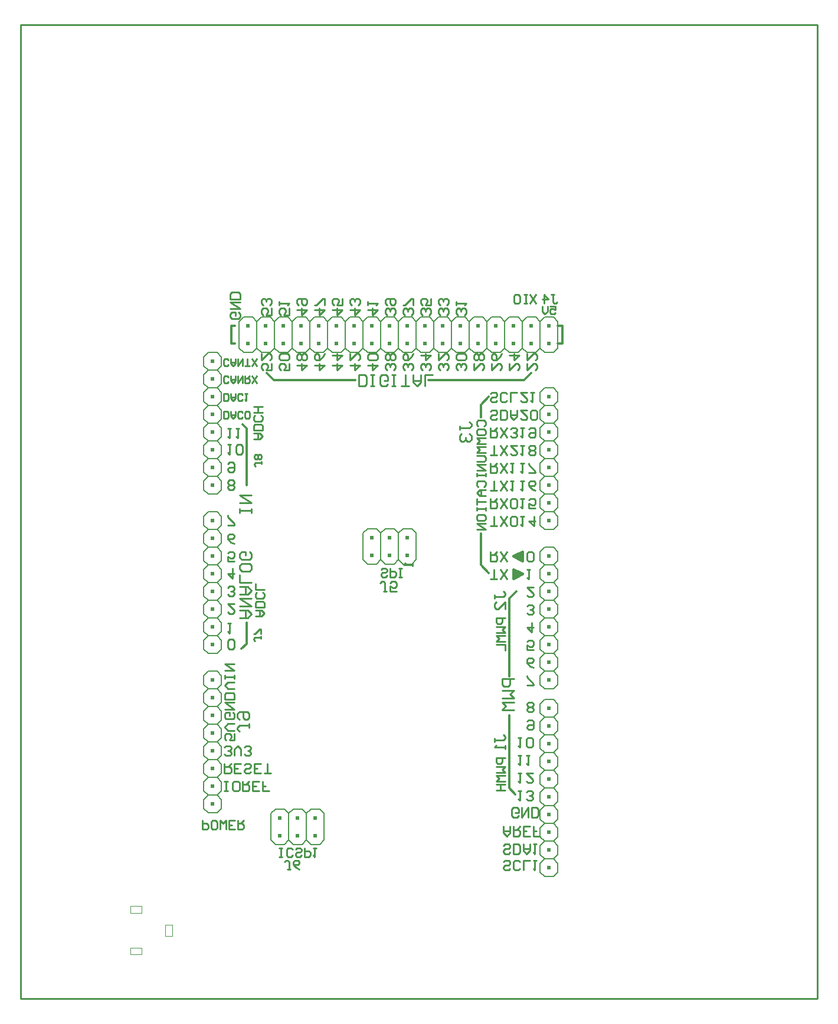
<source format=gbo>
G04 Layer_Color=32896*
%FSLAX25Y25*%
%MOIN*%
G70*
G01*
G75*
%ADD10C,0.01000*%
%ADD13C,0.00000*%
%ADD44C,0.00600*%
%ADD45C,0.01200*%
%ADD46C,0.01600*%
%ADD47R,0.02000X0.02000*%
D10*
X248398Y111302D02*
X243400D01*
Y108803D01*
X244233Y107970D01*
X245899D01*
X246732Y108803D01*
Y111302D01*
X243400Y106304D02*
X248398D01*
X246732Y104638D01*
X248398Y102971D01*
X243400D01*
X248398Y101305D02*
X243400D01*
X245066Y99639D01*
X243400Y97973D01*
X248398D01*
X243400Y96307D02*
X248398D01*
X245899D01*
Y92975D01*
X243400D01*
X248398D01*
X242400Y120303D02*
Y122303D01*
Y121303D01*
X247398D01*
X248398Y122303D01*
Y123302D01*
X247398Y124302D01*
X248398Y118304D02*
Y116305D01*
Y117304D01*
X242400D01*
X243400Y118304D01*
X248398Y190302D02*
X243400D01*
Y187803D01*
X244233Y186970D01*
X245899D01*
X246732Y187803D01*
Y190302D01*
X243400Y185304D02*
X248398D01*
X246732Y183637D01*
X248398Y181971D01*
X243400D01*
X248398Y180305D02*
X243400D01*
X245066Y178639D01*
X243400Y176973D01*
X248398D01*
X243400Y175307D02*
X248398D01*
Y171975D01*
X242400Y201303D02*
Y203303D01*
Y202303D01*
X247398D01*
X248398Y203303D01*
Y204302D01*
X247398Y205302D01*
X248398Y195305D02*
Y199304D01*
X244399Y195305D01*
X243400D01*
X242400Y196305D01*
Y198304D01*
X243400Y199304D01*
X265898Y372800D02*
X262566Y367802D01*
Y372800D02*
X265898Y367802D01*
X260900Y372800D02*
X259233D01*
X260067D01*
Y367802D01*
X260900D01*
X259233D01*
X254235Y372800D02*
X255901D01*
X256734Y371967D01*
Y368635D01*
X255901Y367802D01*
X254235D01*
X253402Y368635D01*
Y371967D01*
X254235Y372800D01*
X274566Y372798D02*
X276232D01*
X275399D01*
Y368633D01*
X276232Y367800D01*
X277065D01*
X277898Y368633D01*
X270400Y367800D02*
Y372798D01*
X272900Y370299D01*
X269567D01*
X181730Y214137D02*
X180897Y213304D01*
X179231D01*
X178398Y214137D01*
Y214970D01*
X179231Y215803D01*
X180897D01*
X181730Y216636D01*
Y217469D01*
X180897Y218302D01*
X179231D01*
X178398Y217469D01*
X183396Y218302D02*
Y213304D01*
X185896D01*
X186729Y214137D01*
Y215803D01*
X185896Y216636D01*
X183396D01*
X188395Y213304D02*
X190061D01*
X189228D01*
Y218302D01*
X188395D01*
X190061D01*
X181630Y205204D02*
X179764D01*
X180697D01*
Y209869D01*
X179764Y210802D01*
X178831D01*
X177898Y209869D01*
X187228Y205204D02*
X183496D01*
Y208003D01*
X185362Y207070D01*
X186295D01*
X187228Y208003D01*
Y209869D01*
X186295Y210802D01*
X184429D01*
X183496Y209869D01*
X77398Y75802D02*
Y70804D01*
X79897D01*
X80730Y71637D01*
Y73303D01*
X79897Y74136D01*
X77398D01*
X84896Y70804D02*
X83229D01*
X82396Y71637D01*
Y74969D01*
X83229Y75802D01*
X84896D01*
X85729Y74969D01*
Y71637D01*
X84896Y70804D01*
X87395D02*
Y75802D01*
X89061Y74136D01*
X90727Y75802D01*
Y70804D01*
X95725D02*
X92393D01*
Y75802D01*
X95725D01*
X92393Y73303D02*
X94059D01*
X97391Y75802D02*
Y70804D01*
X99891D01*
X100724Y71637D01*
Y73303D01*
X99891Y74136D01*
X97391D01*
X99058D02*
X100724Y75802D01*
X103896Y130499D02*
Y128299D01*
Y129399D01*
X98398D01*
X97298Y128299D01*
Y127200D01*
X98398Y126100D01*
Y132698D02*
X97298Y133798D01*
Y135997D01*
X98398Y137097D01*
X102796D01*
X103896Y135997D01*
Y133798D01*
X102796Y132698D01*
X101697D01*
X100597Y133798D01*
Y137097D01*
X120898Y55304D02*
X122564D01*
X121731D01*
Y60302D01*
X120898D01*
X122564D01*
X128396Y56137D02*
X127562Y55304D01*
X125896D01*
X125063Y56137D01*
Y59469D01*
X125896Y60302D01*
X127562D01*
X128396Y59469D01*
X133394Y56137D02*
X132561Y55304D01*
X130895D01*
X130062Y56137D01*
Y56970D01*
X130895Y57803D01*
X132561D01*
X133394Y58636D01*
Y59469D01*
X132561Y60302D01*
X130895D01*
X130062Y59469D01*
X135060Y60302D02*
Y55304D01*
X137559D01*
X138392Y56137D01*
Y57803D01*
X137559Y58636D01*
X135060D01*
X140059Y60302D02*
X141725D01*
X140892D01*
Y55304D01*
X140059Y56137D01*
X127230Y48304D02*
X125564D01*
X126397D01*
Y52469D01*
X125564Y53302D01*
X124731D01*
X123898Y52469D01*
X132229Y48304D02*
X130562Y49137D01*
X128896Y50803D01*
Y52469D01*
X129729Y53302D01*
X131396D01*
X132229Y52469D01*
Y51636D01*
X131396Y50803D01*
X128896D01*
X233233Y298470D02*
X232400Y299303D01*
Y300969D01*
X233233Y301802D01*
X236565D01*
X237398Y300969D01*
Y299303D01*
X236565Y298470D01*
X232400Y294304D02*
Y295971D01*
X233233Y296804D01*
X236565D01*
X237398Y295971D01*
Y294304D01*
X236565Y293471D01*
X233233D01*
X232400Y294304D01*
X237398Y291805D02*
X232400D01*
X234066Y290139D01*
X232400Y288473D01*
X237398D01*
Y286807D02*
X232400D01*
X234066Y285141D01*
X232400Y283475D01*
X237398D01*
X232400Y281808D02*
X236565D01*
X237398Y280975D01*
Y279309D01*
X236565Y278476D01*
X232400D01*
X237398Y276810D02*
X232400D01*
X237398Y273478D01*
X232400D01*
Y271812D02*
Y270146D01*
Y270979D01*
X237398D01*
Y271812D01*
Y270146D01*
X233233Y264314D02*
X232400Y265147D01*
Y266813D01*
X233233Y267646D01*
X236565D01*
X237398Y266813D01*
Y265147D01*
X236565Y264314D01*
X237398Y262648D02*
X234066D01*
X232400Y260982D01*
X234066Y259316D01*
X237398D01*
X234899D01*
Y262648D01*
X232400Y257650D02*
Y254317D01*
Y255983D01*
X237398D01*
X232400Y252651D02*
Y250985D01*
Y251818D01*
X237398D01*
Y252651D01*
Y250985D01*
X232400Y245987D02*
Y247653D01*
X233233Y248486D01*
X236565D01*
X237398Y247653D01*
Y245987D01*
X236565Y245154D01*
X233233D01*
X232400Y245987D01*
X237398Y243488D02*
X232400D01*
X237398Y240155D01*
X232400D01*
X222800Y296403D02*
Y298603D01*
Y297503D01*
X228298D01*
X229398Y298603D01*
Y299702D01*
X228298Y300802D01*
X223900Y294204D02*
X222800Y293105D01*
Y290905D01*
X223900Y289806D01*
X224999D01*
X226099Y290905D01*
Y292005D01*
Y290905D01*
X227199Y289806D01*
X228298D01*
X229398Y290905D01*
Y293105D01*
X228298Y294204D01*
X107398Y191302D02*
X110730D01*
X112396Y192968D01*
X110730Y194634D01*
X107398D01*
X109897D01*
Y191302D01*
X112396Y196300D02*
X107398D01*
Y198800D01*
X108231Y199633D01*
X111563D01*
X112396Y198800D01*
Y196300D01*
X111563Y204631D02*
X112396Y203798D01*
Y202132D01*
X111563Y201299D01*
X108231D01*
X107398Y202132D01*
Y203798D01*
X108231Y204631D01*
X112396Y206297D02*
X107398D01*
Y209629D01*
X110397Y179866D02*
Y178533D01*
Y179199D01*
X107064D01*
X106398Y178533D01*
Y177866D01*
X107064Y177200D01*
X110397Y181199D02*
Y183864D01*
X109730D01*
X107064Y181199D01*
X106398D01*
Y291302D02*
X109730D01*
X111396Y292968D01*
X109730Y294634D01*
X106398D01*
X108897D01*
Y291302D01*
X111396Y296300D02*
X106398D01*
Y298800D01*
X107231Y299633D01*
X110563D01*
X111396Y298800D01*
Y296300D01*
X110563Y304631D02*
X111396Y303798D01*
Y302132D01*
X110563Y301299D01*
X107231D01*
X106398Y302132D01*
Y303798D01*
X107231Y304631D01*
X111396Y306297D02*
X106398D01*
X108897D01*
Y309629D01*
X111396D01*
X106398D01*
X110897Y278468D02*
Y277135D01*
Y277801D01*
X107564D01*
X106898Y277135D01*
Y276468D01*
X107564Y275802D01*
X110230Y279801D02*
X110897Y280467D01*
Y281800D01*
X110230Y282467D01*
X109564D01*
X108897Y281800D01*
X108231Y282467D01*
X107564D01*
X106898Y281800D01*
Y280467D01*
X107564Y279801D01*
X108231D01*
X108897Y280467D01*
X109564Y279801D01*
X110230D01*
X108897Y280467D02*
Y281800D01*
X260798Y131667D02*
X261731Y132600D01*
X263597D01*
X264530Y131667D01*
Y127935D01*
X263597Y127002D01*
X261731D01*
X260798Y127935D01*
Y128868D01*
X261731Y129801D01*
X264530D01*
Y162002D02*
X262664Y162935D01*
X260798Y164801D01*
Y166667D01*
X261731Y167600D01*
X263597D01*
X264530Y166667D01*
Y165734D01*
X263597Y164801D01*
X260798D01*
Y152002D02*
X264530D01*
Y152935D01*
X260798Y156667D01*
Y157600D01*
Y192935D02*
X261731Y192002D01*
X263597D01*
X264530Y192935D01*
Y193868D01*
X263597Y194801D01*
X262664D01*
X263597D01*
X264530Y195734D01*
Y196667D01*
X263597Y197600D01*
X261731D01*
X260798Y196667D01*
X263597Y187600D02*
Y182002D01*
X260798Y184801D01*
X264530D01*
Y172002D02*
X260798D01*
Y174801D01*
X262664Y173868D01*
X263597D01*
X264530Y174801D01*
Y176667D01*
X263597Y177600D01*
X261731D01*
X260798Y176667D01*
Y222935D02*
X261731Y222002D01*
X263597D01*
X264530Y222935D01*
Y226667D01*
X263597Y227600D01*
X261731D01*
X260798Y226667D01*
Y222935D01*
Y217600D02*
X262664D01*
X261731D01*
Y212002D01*
X260798Y212935D01*
X264530Y207600D02*
X260798D01*
X264530Y203868D01*
Y202935D01*
X263597Y202002D01*
X261731D01*
X260798Y202935D01*
Y137935D02*
X261731Y137002D01*
X263597D01*
X264530Y137935D01*
Y138868D01*
X263597Y139801D01*
X264530Y140734D01*
Y141667D01*
X263597Y142600D01*
X261731D01*
X260798Y141667D01*
Y140734D01*
X261731Y139801D01*
X260798Y138868D01*
Y137935D01*
X261731Y139801D02*
X263597D01*
X257298Y247600D02*
X259164D01*
X258231D01*
Y242002D01*
X257298Y242935D01*
X264762Y247600D02*
Y242002D01*
X261963Y244801D01*
X265695D01*
X257298Y257600D02*
X259164D01*
X258231D01*
Y252002D01*
X257298Y252935D01*
X265695Y252002D02*
X261963D01*
Y254801D01*
X263829Y253868D01*
X264762D01*
X265695Y254801D01*
Y256667D01*
X264762Y257600D01*
X262896D01*
X261963Y256667D01*
X257298Y277600D02*
X259164D01*
X258231D01*
Y272002D01*
X257298Y272935D01*
X261963Y272002D02*
X265695D01*
Y272935D01*
X261963Y276667D01*
Y277600D01*
X257298Y287600D02*
X259164D01*
X258231D01*
Y282002D01*
X257298Y282935D01*
X261963D02*
X262896Y282002D01*
X264762D01*
X265695Y282935D01*
Y283868D01*
X264762Y284801D01*
X265695Y285734D01*
Y286667D01*
X264762Y287600D01*
X262896D01*
X261963Y286667D01*
Y285734D01*
X262896Y284801D01*
X261963Y283868D01*
Y282935D01*
X262896Y284801D02*
X264762D01*
X261030Y317600D02*
X257298D01*
X261030Y313868D01*
Y312935D01*
X260097Y312002D01*
X258231D01*
X257298Y312935D01*
X262896Y317600D02*
X264762D01*
X263829D01*
Y312002D01*
X262896Y312935D01*
X261030Y307600D02*
X257298D01*
X261030Y303868D01*
Y302935D01*
X260097Y302002D01*
X258231D01*
X257298Y302935D01*
X262896D02*
X263829Y302002D01*
X265695D01*
X266628Y302935D01*
Y306667D01*
X265695Y307600D01*
X263829D01*
X262896Y306667D01*
Y302935D01*
X240298Y212002D02*
X244030D01*
X242164D01*
Y217600D01*
X245896Y212002D02*
X249628Y217600D01*
Y212002D02*
X245896Y217600D01*
X240298Y227600D02*
Y222002D01*
X243097D01*
X244030Y222935D01*
Y224801D01*
X243097Y225734D01*
X240298D01*
X242164D02*
X244030Y227600D01*
X245896Y222002D02*
X249628Y227600D01*
Y222002D02*
X245896Y227600D01*
X240298Y277600D02*
Y272002D01*
X243097D01*
X244030Y272935D01*
Y274801D01*
X243097Y275734D01*
X240298D01*
X242164D02*
X244030Y277600D01*
X245896Y272002D02*
X249628Y277600D01*
Y272002D02*
X245896Y277600D01*
X251494D02*
X253360D01*
X252427D01*
Y272002D01*
X251494Y272935D01*
X91798Y187100D02*
X93664D01*
X92731D01*
Y181502D01*
X91798Y182435D01*
X257298Y267600D02*
X259164D01*
X258231D01*
Y262002D01*
X257298Y262935D01*
X265695Y262002D02*
X263829Y262935D01*
X261963Y264801D01*
Y266667D01*
X262896Y267600D01*
X264762D01*
X265695Y266667D01*
Y265734D01*
X264762Y264801D01*
X261963D01*
X257298Y297600D02*
X259164D01*
X258231D01*
Y292002D01*
X257298Y292935D01*
X261963Y296667D02*
X262896Y297600D01*
X264762D01*
X265695Y296667D01*
Y292935D01*
X264762Y292002D01*
X262896D01*
X261963Y292935D01*
Y293868D01*
X262896Y294801D01*
X265695D01*
X260798Y333832D02*
Y330100D01*
X264530Y333832D01*
X265463D01*
X266396Y332899D01*
Y331033D01*
X265463Y330100D01*
X260798Y339430D02*
Y335698D01*
X264530Y339430D01*
X265463D01*
X266396Y338497D01*
Y336631D01*
X265463Y335698D01*
X273966Y366201D02*
X276898D01*
Y364001D01*
X275432Y364734D01*
X274699D01*
X273966Y364001D01*
Y362535D01*
X274699Y361802D01*
X276165D01*
X276898Y362535D01*
X272499Y366201D02*
Y363268D01*
X271033Y361802D01*
X269567Y363268D01*
Y366201D01*
X253398Y155802D02*
X246800D01*
Y152503D01*
X247900Y151403D01*
X250099D01*
X251199Y152503D01*
Y155802D01*
X246800Y149204D02*
X253398D01*
X251199Y147005D01*
X253398Y144806D01*
X246800D01*
X253398Y142606D02*
X246800D01*
X248999Y140407D01*
X246800Y138208D01*
X253398D01*
X240798Y333832D02*
Y330100D01*
X244530Y333832D01*
X245463D01*
X246396Y332899D01*
Y331033D01*
X245463Y330100D01*
X246396Y339430D02*
X245463Y337564D01*
X243597Y335698D01*
X241731D01*
X240798Y336631D01*
Y338497D01*
X241731Y339430D01*
X242664D01*
X243597Y338497D01*
Y335698D01*
X230798Y333832D02*
Y330100D01*
X234530Y333832D01*
X235463D01*
X236396Y332899D01*
Y331033D01*
X235463Y330100D01*
Y335698D02*
X236396Y336631D01*
Y338497D01*
X235463Y339430D01*
X234530D01*
X233597Y338497D01*
X232664Y339430D01*
X231731D01*
X230798Y338497D01*
Y336631D01*
X231731Y335698D01*
X232664D01*
X233597Y336631D01*
X234530Y335698D01*
X235463D01*
X233597Y336631D02*
Y338497D01*
X240298Y262002D02*
X244030D01*
X242164D01*
Y267600D01*
X245896Y262002D02*
X249628Y267600D01*
Y262002D02*
X245896Y267600D01*
X251494D02*
X253360D01*
X252427D01*
Y262002D01*
X251494Y262935D01*
X215463Y330100D02*
X216396Y331033D01*
Y332899D01*
X215463Y333832D01*
X214530D01*
X213597Y332899D01*
Y331966D01*
Y332899D01*
X212664Y333832D01*
X211731D01*
X210798Y332899D01*
Y331033D01*
X211731Y330100D01*
X210798Y339430D02*
Y335698D01*
X214530Y339430D01*
X215463D01*
X216396Y338497D01*
Y336631D01*
X215463Y335698D01*
X205463Y330100D02*
X206396Y331033D01*
Y332899D01*
X205463Y333832D01*
X204530D01*
X203597Y332899D01*
Y331966D01*
Y332899D01*
X202664Y333832D01*
X201731D01*
X200798Y332899D01*
Y331033D01*
X201731Y330100D01*
X200798Y338497D02*
X206396D01*
X203597Y335698D01*
Y339430D01*
X215463Y361302D02*
X216396Y362235D01*
Y364101D01*
X215463Y365034D01*
X214530D01*
X213597Y364101D01*
Y363168D01*
Y364101D01*
X212664Y365034D01*
X211731D01*
X210798Y364101D01*
Y362235D01*
X211731Y361302D01*
X215463Y366900D02*
X216396Y367833D01*
Y369699D01*
X215463Y370632D01*
X214530D01*
X213597Y369699D01*
Y368766D01*
Y369699D01*
X212664Y370632D01*
X211731D01*
X210798Y369699D01*
Y367833D01*
X211731Y366900D01*
X205463Y361302D02*
X206396Y362235D01*
Y364101D01*
X205463Y365034D01*
X204530D01*
X203597Y364101D01*
Y363168D01*
Y364101D01*
X202664Y365034D01*
X201731D01*
X200798Y364101D01*
Y362235D01*
X201731Y361302D01*
X206396Y370632D02*
Y366900D01*
X203597D01*
X204530Y368766D01*
Y369699D01*
X203597Y370632D01*
X201731D01*
X200798Y369699D01*
Y367833D01*
X201731Y366900D01*
X170798Y332899D02*
X176396D01*
X173597Y330100D01*
Y333832D01*
X175463Y335698D02*
X176396Y336631D01*
Y338497D01*
X175463Y339430D01*
X171731D01*
X170798Y338497D01*
Y336631D01*
X171731Y335698D01*
X175463D01*
X160798Y332899D02*
X166396D01*
X163597Y330100D01*
Y333832D01*
X160798Y339430D02*
Y335698D01*
X164530Y339430D01*
X165463D01*
X166396Y338497D01*
Y336631D01*
X165463Y335698D01*
X170798Y364101D02*
X176396D01*
X173597Y361302D01*
Y365034D01*
X170798Y366900D02*
Y368766D01*
Y367833D01*
X176396D01*
X175463Y366900D01*
X160798Y364101D02*
X166396D01*
X163597Y361302D01*
Y365034D01*
X165463Y366900D02*
X166396Y367833D01*
Y369699D01*
X165463Y370632D01*
X164530D01*
X163597Y369699D01*
Y368766D01*
Y369699D01*
X162664Y370632D01*
X161731D01*
X160798Y369699D01*
Y367833D01*
X161731Y366900D01*
X185463Y330100D02*
X186396Y331033D01*
Y332899D01*
X185463Y333832D01*
X184530D01*
X183597Y332899D01*
Y331966D01*
Y332899D01*
X182664Y333832D01*
X181731D01*
X180798Y332899D01*
Y331033D01*
X181731Y330100D01*
X185463Y335698D02*
X186396Y336631D01*
Y338497D01*
X185463Y339430D01*
X184530D01*
X183597Y338497D01*
X182664Y339430D01*
X181731D01*
X180798Y338497D01*
Y336631D01*
X181731Y335698D01*
X182664D01*
X183597Y336631D01*
X184530Y335698D01*
X185463D01*
X183597Y336631D02*
Y338497D01*
X185463Y361302D02*
X186396Y362235D01*
Y364101D01*
X185463Y365034D01*
X184530D01*
X183597Y364101D01*
Y363168D01*
Y364101D01*
X182664Y365034D01*
X181731D01*
X180798Y364101D01*
Y362235D01*
X181731Y361302D01*
Y366900D02*
X180798Y367833D01*
Y369699D01*
X181731Y370632D01*
X185463D01*
X186396Y369699D01*
Y367833D01*
X185463Y366900D01*
X184530D01*
X183597Y367833D01*
Y370632D01*
X140798Y332899D02*
X146396D01*
X143597Y330100D01*
Y333832D01*
X146396Y339430D02*
X145463Y337564D01*
X143597Y335698D01*
X141731D01*
X140798Y336631D01*
Y338497D01*
X141731Y339430D01*
X142664D01*
X143597Y338497D01*
Y335698D01*
X130798Y332899D02*
X136396D01*
X133597Y330100D01*
Y333832D01*
X135463Y335698D02*
X136396Y336631D01*
Y338497D01*
X135463Y339430D01*
X134530D01*
X133597Y338497D01*
X132664Y339430D01*
X131731D01*
X130798Y338497D01*
Y336631D01*
X131731Y335698D01*
X132664D01*
X133597Y336631D01*
X134530Y335698D01*
X135463D01*
X133597Y336631D02*
Y338497D01*
X140798Y364101D02*
X146396D01*
X143597Y361302D01*
Y365034D01*
X146396Y366900D02*
Y370632D01*
X145463D01*
X141731Y366900D01*
X140798D01*
X130798Y364101D02*
X136396D01*
X133597Y361302D01*
Y365034D01*
X131731Y366900D02*
X130798Y367833D01*
Y369699D01*
X131731Y370632D01*
X135463D01*
X136396Y369699D01*
Y367833D01*
X135463Y366900D01*
X134530D01*
X133597Y367833D01*
Y370632D01*
X150798Y332899D02*
X156396D01*
X153597Y330100D01*
Y333832D01*
X150798Y338497D02*
X156396D01*
X153597Y335698D01*
Y339430D01*
X150798Y364101D02*
X156396D01*
X153597Y361302D01*
Y365034D01*
X156396Y370632D02*
Y366900D01*
X153597D01*
X154530Y368766D01*
Y369699D01*
X153597Y370632D01*
X151731D01*
X150798Y369699D01*
Y367833D01*
X151731Y366900D01*
X116396Y333832D02*
Y330100D01*
X113597D01*
X114530Y331966D01*
Y332899D01*
X113597Y333832D01*
X111731D01*
X110798Y332899D01*
Y331033D01*
X111731Y330100D01*
X110798Y339430D02*
Y335698D01*
X114530Y339430D01*
X115463D01*
X116396Y338497D01*
Y336631D01*
X115463Y335698D01*
X116396Y365034D02*
Y361302D01*
X113597D01*
X114530Y363168D01*
Y364101D01*
X113597Y365034D01*
X111731D01*
X110798Y364101D01*
Y362235D01*
X111731Y361302D01*
X115463Y366900D02*
X116396Y367833D01*
Y369699D01*
X115463Y370632D01*
X114530D01*
X113597Y369699D01*
Y368766D01*
Y369699D01*
X112664Y370632D01*
X111731D01*
X110798Y369699D01*
Y367833D01*
X111731Y366900D01*
X98698Y190200D02*
X103097D01*
X105296Y192399D01*
X103097Y194599D01*
X98698D01*
X101997D01*
Y190200D01*
X98698Y196798D02*
X105296D01*
X98698Y201197D01*
X105296D01*
X98698Y203396D02*
X103097D01*
X105296Y205595D01*
X103097Y207794D01*
X98698D01*
X101997D01*
Y203396D01*
X105296Y209994D02*
X98698D01*
Y214392D01*
X105296Y219890D02*
Y217691D01*
X104196Y216592D01*
X99798D01*
X98698Y217691D01*
Y219890D01*
X99798Y220990D01*
X104196D01*
X105296Y219890D01*
X104196Y227588D02*
X105296Y226488D01*
Y224289D01*
X104196Y223189D01*
X99798D01*
X98698Y224289D01*
Y226488D01*
X99798Y227588D01*
X101997D01*
Y225389D01*
X105296Y249581D02*
Y251780D01*
Y250680D01*
X98698D01*
Y249581D01*
Y251780D01*
Y255079D02*
X105296D01*
X98698Y259478D01*
X105296D01*
X196250Y221067D02*
Y219401D01*
Y220234D01*
X191252D01*
X192085Y221067D01*
X89398Y312901D02*
Y316900D01*
X91397D01*
X92064Y316234D01*
Y313568D01*
X91397Y312901D01*
X89398D01*
X93397Y316900D02*
Y314234D01*
X94730Y312901D01*
X96062Y314234D01*
Y316900D01*
Y314901D01*
X93397D01*
X100061Y313568D02*
X99395Y312901D01*
X98062D01*
X97395Y313568D01*
Y316234D01*
X98062Y316900D01*
X99395D01*
X100061Y316234D01*
X101394Y316900D02*
X102727D01*
X102061D01*
Y312901D01*
X101394Y313568D01*
X247646Y72483D02*
Y68751D01*
X249512Y66885D01*
X251378Y68751D01*
Y72483D01*
Y69684D01*
X247646D01*
X253244Y72483D02*
Y66885D01*
X256043D01*
X256976Y67818D01*
Y69684D01*
X256043Y70617D01*
X253244D01*
X255110D02*
X256976Y72483D01*
X262575Y66885D02*
X258842D01*
Y72483D01*
X262575D01*
X258842Y69684D02*
X260708D01*
X268173Y66885D02*
X264441D01*
Y69684D01*
X266307D01*
X264441D01*
Y72483D01*
X251378Y57818D02*
X250445Y56885D01*
X248579D01*
X247646Y57818D01*
Y58751D01*
X248579Y59684D01*
X250445D01*
X251378Y60617D01*
Y61550D01*
X250445Y62483D01*
X248579D01*
X247646Y61550D01*
X253244Y56885D02*
Y62483D01*
X256043D01*
X256976Y61550D01*
Y57818D01*
X256043Y56885D01*
X253244D01*
X258842Y62483D02*
Y58751D01*
X260708Y56885D01*
X262575Y58751D01*
Y62483D01*
Y59684D01*
X258842D01*
X264441Y62483D02*
X266307D01*
X265374D01*
Y56885D01*
X264441Y57818D01*
X251378Y48618D02*
X250445Y47685D01*
X248579D01*
X247646Y48618D01*
Y49551D01*
X248579Y50484D01*
X250445D01*
X251378Y51417D01*
Y52350D01*
X250445Y53283D01*
X248579D01*
X247646Y52350D01*
X256976Y48618D02*
X256043Y47685D01*
X254177D01*
X253244Y48618D01*
Y52350D01*
X254177Y53283D01*
X256043D01*
X256976Y52350D01*
X258842Y47685D02*
Y53283D01*
X262575D01*
X264441D02*
X266307D01*
X265374D01*
Y47685D01*
X264441Y48618D01*
X255798Y102600D02*
X257664D01*
X256731D01*
Y97002D01*
X255798Y97935D01*
X264195Y102600D02*
X260463D01*
X264195Y98868D01*
Y97935D01*
X263262Y97002D01*
X261396D01*
X260463Y97935D01*
X255798Y92600D02*
X257664D01*
X256731D01*
Y87002D01*
X255798Y87935D01*
X260463D02*
X261396Y87002D01*
X263262D01*
X264195Y87935D01*
Y88868D01*
X263262Y89801D01*
X262329D01*
X263262D01*
X264195Y90734D01*
Y91667D01*
X263262Y92600D01*
X261396D01*
X260463Y91667D01*
X256078Y78360D02*
X255145Y77427D01*
X253279D01*
X252346Y78360D01*
Y82092D01*
X253279Y83025D01*
X255145D01*
X256078Y82092D01*
Y80226D01*
X254212D01*
X257944Y83025D02*
Y77427D01*
X261676Y83025D01*
Y77427D01*
X263542D02*
Y83025D01*
X266341D01*
X267274Y82092D01*
Y78360D01*
X266341Y77427D01*
X263542D01*
X255798Y122600D02*
X257664D01*
X256731D01*
Y117002D01*
X255798Y117935D01*
X260463D02*
X261396Y117002D01*
X263262D01*
X264195Y117935D01*
Y121667D01*
X263262Y122600D01*
X261396D01*
X260463Y121667D01*
Y117935D01*
X240298Y257600D02*
Y252002D01*
X243097D01*
X244030Y252935D01*
Y254801D01*
X243097Y255734D01*
X240298D01*
X242164D02*
X244030Y257600D01*
X245896Y252002D02*
X249628Y257600D01*
Y252002D02*
X245896Y257600D01*
X251494Y252935D02*
X252427Y252002D01*
X254293D01*
X255226Y252935D01*
Y256667D01*
X254293Y257600D01*
X252427D01*
X251494Y256667D01*
Y252935D01*
X240298Y242002D02*
X244030D01*
X242164D01*
Y247600D01*
X245896Y242002D02*
X249628Y247600D01*
Y242002D02*
X245896Y247600D01*
X251494Y242935D02*
X252427Y242002D01*
X254293D01*
X255226Y242935D01*
Y246667D01*
X254293Y247600D01*
X252427D01*
X251494Y246667D01*
Y242935D01*
X240298Y282002D02*
X244030D01*
X242164D01*
Y287600D01*
X245896Y282002D02*
X249628Y287600D01*
Y282002D02*
X245896Y287600D01*
X255226D02*
X251494D01*
X255226Y283868D01*
Y282935D01*
X254293Y282002D01*
X252427D01*
X251494Y282935D01*
X244030Y312935D02*
X243097Y312002D01*
X241231D01*
X240298Y312935D01*
Y313868D01*
X241231Y314801D01*
X243097D01*
X244030Y315734D01*
Y316667D01*
X243097Y317600D01*
X241231D01*
X240298Y316667D01*
X249628Y312935D02*
X248695Y312002D01*
X246829D01*
X245896Y312935D01*
Y316667D01*
X246829Y317600D01*
X248695D01*
X249628Y316667D01*
X251494Y312002D02*
Y317600D01*
X255226D01*
X244030Y302935D02*
X243097Y302002D01*
X241231D01*
X240298Y302935D01*
Y303868D01*
X241231Y304801D01*
X243097D01*
X244030Y305734D01*
Y306667D01*
X243097Y307600D01*
X241231D01*
X240298Y306667D01*
X245896Y302002D02*
Y307600D01*
X248695D01*
X249628Y306667D01*
Y302935D01*
X248695Y302002D01*
X245896D01*
X251494Y307600D02*
Y303868D01*
X253360Y302002D01*
X255226Y303868D01*
Y307600D01*
Y304801D01*
X251494D01*
X165798Y321002D02*
Y327600D01*
X169097D01*
X170197Y326500D01*
Y322102D01*
X169097Y321002D01*
X165798D01*
X172396D02*
X174595D01*
X173495D01*
Y327600D01*
X172396D01*
X174595D01*
X182293Y322102D02*
X181193Y321002D01*
X178994D01*
X177894Y322102D01*
Y326500D01*
X178994Y327600D01*
X181193D01*
X182293Y326500D01*
Y324301D01*
X180093D01*
X184492Y321002D02*
X186691D01*
X185592D01*
Y327600D01*
X184492D01*
X186691D01*
X189990Y321002D02*
X194389D01*
X192190D01*
Y327600D01*
X196588D02*
Y323201D01*
X198787Y321002D01*
X200987Y323201D01*
Y327600D01*
Y324301D01*
X196588D01*
X203186Y321002D02*
Y327600D01*
X207585D01*
X90046Y92385D02*
X91912D01*
X90979D01*
Y97983D01*
X90046D01*
X91912D01*
X97510Y92385D02*
X95644D01*
X94711Y93318D01*
Y97050D01*
X95644Y97983D01*
X97510D01*
X98443Y97050D01*
Y93318D01*
X97510Y92385D01*
X100309Y97983D02*
Y92385D01*
X103108D01*
X104042Y93318D01*
Y95184D01*
X103108Y96117D01*
X100309D01*
X102175D02*
X104042Y97983D01*
X109640Y92385D02*
X105907D01*
Y97983D01*
X109640D01*
X105907Y95184D02*
X107774D01*
X115238Y92385D02*
X111506D01*
Y95184D01*
X113372D01*
X111506D01*
Y97983D01*
X90046Y113318D02*
X90979Y112385D01*
X92845D01*
X93778Y113318D01*
Y114251D01*
X92845Y115184D01*
X91912D01*
X92845D01*
X93778Y116117D01*
Y117050D01*
X92845Y117983D01*
X90979D01*
X90046Y117050D01*
X95644Y112385D02*
Y116117D01*
X97510Y117983D01*
X99376Y116117D01*
Y112385D01*
X101242Y113318D02*
X102175Y112385D01*
X104042D01*
X104974Y113318D01*
Y114251D01*
X104042Y115184D01*
X103108D01*
X104042D01*
X104974Y116117D01*
Y117050D01*
X104042Y117983D01*
X102175D01*
X101242Y117050D01*
X95714Y124780D02*
Y121048D01*
X92914D01*
X93847Y122914D01*
Y123847D01*
X92914Y124780D01*
X91048D01*
X90115Y123847D01*
Y121981D01*
X91048Y121048D01*
X95714Y126646D02*
X91981D01*
X90115Y128512D01*
X91981Y130378D01*
X95714D01*
Y150248D02*
X91981D01*
X90115Y152114D01*
X91981Y153980D01*
X95714D01*
Y155846D02*
Y157712D01*
Y156779D01*
X90115D01*
Y155846D01*
Y157712D01*
Y160511D02*
X95714D01*
X90115Y164243D01*
X95714D01*
X95530Y198100D02*
X91798D01*
X95530Y194368D01*
Y193435D01*
X94597Y192502D01*
X92731D01*
X91798Y193435D01*
Y173435D02*
X92731Y172502D01*
X94597D01*
X95530Y173435D01*
Y177167D01*
X94597Y178100D01*
X92731D01*
X91798Y177167D01*
Y173435D01*
X94597Y218100D02*
Y212502D01*
X91798Y215301D01*
X95530D01*
Y222002D02*
X91798D01*
Y224801D01*
X93664Y223868D01*
X94597D01*
X95530Y224801D01*
Y226667D01*
X94597Y227600D01*
X92731D01*
X91798Y226667D01*
Y242502D02*
X95530D01*
Y243435D01*
X91798Y247167D01*
Y248100D01*
Y277167D02*
X92731Y278100D01*
X94597D01*
X95530Y277167D01*
Y273435D01*
X94597Y272502D01*
X92731D01*
X91798Y273435D01*
Y274368D01*
X92731Y275301D01*
X95530D01*
X91798Y288100D02*
X93664D01*
X92731D01*
Y282502D01*
X91798Y283435D01*
X96463D02*
X97396Y282502D01*
X99262D01*
X100195Y283435D01*
Y287167D01*
X99262Y288100D01*
X97396D01*
X96463Y287167D01*
Y283435D01*
X92064Y323568D02*
X91397Y322901D01*
X90064D01*
X89398Y323568D01*
Y326234D01*
X90064Y326900D01*
X91397D01*
X92064Y326234D01*
X93397Y326900D02*
Y324234D01*
X94730Y322901D01*
X96062Y324234D01*
Y326900D01*
Y324901D01*
X93397D01*
X97395Y326900D02*
Y322901D01*
X100061Y326900D01*
Y322901D01*
X101394Y326900D02*
Y322901D01*
X103393D01*
X104060Y323568D01*
Y324901D01*
X103393Y325567D01*
X101394D01*
X102727D02*
X104060Y326900D01*
X105393Y322901D02*
X108059Y326900D01*
Y322901D02*
X105393Y326900D01*
X89398Y302901D02*
Y306900D01*
X91397D01*
X92064Y306234D01*
Y303568D01*
X91397Y302901D01*
X89398D01*
X93397Y306900D02*
Y304234D01*
X94730Y302901D01*
X96062Y304234D01*
Y306900D01*
Y304901D01*
X93397D01*
X100061Y303568D02*
X99395Y302901D01*
X98062D01*
X97395Y303568D01*
Y306234D01*
X98062Y306900D01*
X99395D01*
X100061Y306234D01*
X101394Y303568D02*
X102061Y302901D01*
X103393D01*
X104060Y303568D01*
Y306234D01*
X103393Y306900D01*
X102061D01*
X101394Y306234D01*
Y303568D01*
X92064Y333068D02*
X91397Y332401D01*
X90064D01*
X89398Y333068D01*
Y335734D01*
X90064Y336400D01*
X91397D01*
X92064Y335734D01*
X93397Y336400D02*
Y333734D01*
X94730Y332401D01*
X96062Y333734D01*
Y336400D01*
Y334401D01*
X93397D01*
X97395Y336400D02*
Y332401D01*
X100061Y336400D01*
Y332401D01*
X101394D02*
X104060D01*
X102727D01*
Y336400D01*
X105393Y332401D02*
X108059Y336400D01*
Y332401D02*
X105393Y336400D01*
X255798Y112600D02*
X257664D01*
X256731D01*
Y107002D01*
X255798Y107935D01*
X260463Y112600D02*
X262329D01*
X261396D01*
Y107002D01*
X260463Y107935D01*
X225463Y330100D02*
X226396Y331033D01*
Y332899D01*
X225463Y333832D01*
X224530D01*
X223597Y332899D01*
Y331966D01*
Y332899D01*
X222664Y333832D01*
X221731D01*
X220798Y332899D01*
Y331033D01*
X221731Y330100D01*
X225463Y335698D02*
X226396Y336631D01*
Y338497D01*
X225463Y339430D01*
X221731D01*
X220798Y338497D01*
Y336631D01*
X221731Y335698D01*
X225463D01*
Y361302D02*
X226396Y362235D01*
Y364101D01*
X225463Y365034D01*
X224530D01*
X223597Y364101D01*
Y363168D01*
Y364101D01*
X222664Y365034D01*
X221731D01*
X220798Y364101D01*
Y362235D01*
X221731Y361302D01*
X220798Y366900D02*
Y368766D01*
Y367833D01*
X226396D01*
X225463Y366900D01*
X195463Y330100D02*
X196396Y331033D01*
Y332899D01*
X195463Y333832D01*
X194530D01*
X193597Y332899D01*
Y331966D01*
Y332899D01*
X192664Y333832D01*
X191731D01*
X190798Y332899D01*
Y331033D01*
X191731Y330100D01*
X196396Y339430D02*
X195463Y337564D01*
X193597Y335698D01*
X191731D01*
X190798Y336631D01*
Y338497D01*
X191731Y339430D01*
X192664D01*
X193597Y338497D01*
Y335698D01*
X195463Y361302D02*
X196396Y362235D01*
Y364101D01*
X195463Y365034D01*
X194530D01*
X193597Y364101D01*
Y363168D01*
Y364101D01*
X192664Y365034D01*
X191731D01*
X190798Y364101D01*
Y362235D01*
X191731Y361302D01*
X196396Y366900D02*
Y370632D01*
X195463D01*
X191731Y366900D01*
X190798D01*
X240298Y297600D02*
Y292002D01*
X243097D01*
X244030Y292935D01*
Y294801D01*
X243097Y295734D01*
X240298D01*
X242164D02*
X244030Y297600D01*
X245896Y292002D02*
X249628Y297600D01*
Y292002D02*
X245896Y297600D01*
X251494Y292935D02*
X252427Y292002D01*
X254293D01*
X255226Y292935D01*
Y293868D01*
X254293Y294801D01*
X253360D01*
X254293D01*
X255226Y295734D01*
Y296667D01*
X254293Y297600D01*
X252427D01*
X251494Y296667D01*
X250798Y333832D02*
Y330100D01*
X254530Y333832D01*
X255463D01*
X256396Y332899D01*
Y331033D01*
X255463Y330100D01*
X250798Y338497D02*
X256396D01*
X253597Y335698D01*
Y339430D01*
X90046Y107983D02*
Y102385D01*
X92845D01*
X93778Y103318D01*
Y105184D01*
X92845Y106117D01*
X90046D01*
X91912D02*
X93778Y107983D01*
X99376Y102385D02*
X95644D01*
Y107983D01*
X99376D01*
X95644Y105184D02*
X97510D01*
X104974Y103318D02*
X104042Y102385D01*
X102175D01*
X101242Y103318D01*
Y104251D01*
X102175Y105184D01*
X104042D01*
X104974Y106117D01*
Y107050D01*
X104042Y107983D01*
X102175D01*
X101242Y107050D01*
X110573Y102385D02*
X106841D01*
Y107983D01*
X110573D01*
X106841Y105184D02*
X108707D01*
X112439Y102385D02*
X116171D01*
X114305D01*
Y107983D01*
X94780Y136780D02*
X95714Y135847D01*
Y133981D01*
X94780Y133048D01*
X91048D01*
X90115Y133981D01*
Y135847D01*
X91048Y136780D01*
X92914D01*
Y134914D01*
X90115Y138646D02*
X95714D01*
X90115Y142378D01*
X95714D01*
Y144244D02*
X90115D01*
Y147044D01*
X91048Y147977D01*
X94780D01*
X95714Y147044D01*
Y144244D01*
X91798Y203435D02*
X92731Y202502D01*
X94597D01*
X95530Y203435D01*
Y204368D01*
X94597Y205301D01*
X93664D01*
X94597D01*
X95530Y206234D01*
Y207167D01*
X94597Y208100D01*
X92731D01*
X91798Y207167D01*
X95530Y232002D02*
X93664Y232935D01*
X91798Y234801D01*
Y236667D01*
X92731Y237600D01*
X94597D01*
X95530Y236667D01*
Y235734D01*
X94597Y234801D01*
X91798D01*
X97963Y362832D02*
X98896Y361899D01*
Y360033D01*
X97963Y359100D01*
X94231D01*
X93298Y360033D01*
Y361899D01*
X94231Y362832D01*
X96097D01*
Y360966D01*
X93298Y364698D02*
X98896D01*
X93298Y368430D01*
X98896D01*
Y370296D02*
X93298D01*
Y373095D01*
X94231Y374028D01*
X97963D01*
X98896Y373095D01*
Y370296D01*
X91798Y263435D02*
X92731Y262502D01*
X94597D01*
X95530Y263435D01*
Y264368D01*
X94597Y265301D01*
X95530Y266234D01*
Y267167D01*
X94597Y268100D01*
X92731D01*
X91798Y267167D01*
Y266234D01*
X92731Y265301D01*
X91798Y264368D01*
Y263435D01*
X92731Y265301D02*
X94597D01*
X91798Y297300D02*
X93664D01*
X92731D01*
Y291702D01*
X91798Y292635D01*
X96463Y297300D02*
X98329D01*
X97396D01*
Y291702D01*
X96463Y292635D01*
X126396Y333832D02*
Y330100D01*
X123597D01*
X124530Y331966D01*
Y332899D01*
X123597Y333832D01*
X121731D01*
X120798Y332899D01*
Y331033D01*
X121731Y330100D01*
X125463Y335698D02*
X126396Y336631D01*
Y338497D01*
X125463Y339430D01*
X121731D01*
X120798Y338497D01*
Y336631D01*
X121731Y335698D01*
X125463D01*
X126396Y365034D02*
Y361302D01*
X123597D01*
X124530Y363168D01*
Y364101D01*
X123597Y365034D01*
X121731D01*
X120798Y364101D01*
Y362235D01*
X121731Y361302D01*
X120798Y366900D02*
Y368766D01*
Y367833D01*
X126396D01*
X125463Y366900D01*
X-25000Y-24900D02*
X425000D01*
Y525000D01*
X-25000D02*
X425000D01*
X-25000Y-24900D02*
Y525000D01*
D13*
X56535Y10630D02*
Y16929D01*
Y10630D02*
X60472D01*
Y16929D01*
X56535D02*
X60472D01*
X36850Y0D02*
X43150D01*
Y3937D01*
X36850D02*
X43150D01*
X36850Y0D02*
Y3937D01*
Y23622D02*
X43150D01*
Y27559D01*
X36850D02*
X43150D01*
X36850Y23622D02*
Y27559D01*
D44*
X98298Y342600D02*
Y357600D01*
X108298Y342600D02*
Y357600D01*
X118298Y342600D02*
Y357600D01*
X128298Y342600D02*
Y357600D01*
X138298Y342600D02*
Y357600D01*
X148298Y342600D02*
Y357600D01*
X158298Y342600D02*
Y357600D01*
X168298Y342600D02*
Y357600D01*
X178298Y342600D02*
Y357600D01*
X188298Y342600D02*
Y357600D01*
X198298Y342600D02*
Y357600D01*
X208298Y342600D02*
Y357600D01*
X218298Y342600D02*
Y357600D01*
X228298Y342600D02*
Y357600D01*
X238298Y342600D02*
Y357600D01*
X248298Y342600D02*
Y357600D01*
X258298Y342600D02*
Y357600D01*
X268298Y342600D02*
Y357600D01*
X215798Y340100D02*
X218298Y342600D01*
X210798Y340100D02*
X215798D01*
X208298Y342600D02*
X210798Y340100D01*
X205798D02*
X208298Y342600D01*
X200798Y340100D02*
X205798D01*
X198298Y342600D02*
X200798Y340100D01*
X195798D02*
X198298Y342600D01*
X190798Y340100D02*
X195798D01*
X188298Y342600D02*
X190798Y340100D01*
X185798D02*
X188298Y342600D01*
X180798Y340100D02*
X185798D01*
X178298Y342600D02*
X180798Y340100D01*
X175798D02*
X178298Y342600D01*
X170798Y340100D02*
X175798D01*
X168298Y342600D02*
X170798Y340100D01*
X165798D02*
X168298Y342600D01*
X160798Y340100D02*
X165798D01*
X158298Y342600D02*
X160798Y340100D01*
X155798D02*
X158298Y342600D01*
X150798Y340100D02*
X155798D01*
X148298Y342600D02*
X150798Y340100D01*
X145798D02*
X148298Y342600D01*
X140798Y340100D02*
X145798D01*
X138298Y342600D02*
X140798Y340100D01*
X135798D02*
X138298Y342600D01*
X130798Y340100D02*
X135798D01*
X128298Y342600D02*
X130798Y340100D01*
X125798D02*
X128298Y342600D01*
X120798Y340100D02*
X125798D01*
X118298Y342600D02*
X120798Y340100D01*
X115798D02*
X118298Y342600D01*
X110798Y340100D02*
X115798D01*
X108298Y342600D02*
X110798Y340100D01*
X105798D02*
X108298Y342600D01*
X100798Y340100D02*
X105798D01*
X98298Y342600D02*
X100798Y340100D01*
X98298Y357600D02*
X100798Y360100D01*
X105798D01*
X108298Y357600D01*
X110798Y360100D01*
X115798D01*
X118298Y357600D01*
X120798Y360100D01*
X125798D01*
X128298Y357600D01*
X130798Y360100D01*
X135798D01*
X138298Y357600D01*
X140798Y360100D01*
X145798D01*
X148298Y357600D01*
X150798Y360100D01*
X155798D01*
X158298Y357600D01*
X160798Y360100D01*
X165798D01*
X168298Y357600D01*
X170798Y360100D01*
X175798D01*
X178298Y357600D01*
X180798Y360100D01*
X185798D01*
X188298Y357600D01*
X190798Y360100D01*
X195798D01*
X198298Y357600D01*
X200798Y360100D01*
X205798D01*
X208298Y357600D01*
X210798Y360100D01*
X215798D01*
X218298Y357600D01*
X220798Y360100D01*
X225798D01*
X228298Y357600D01*
X230798Y360100D01*
X235798D01*
X238298Y357600D01*
X240798Y360100D01*
X245798D01*
X248298Y357600D01*
X250798Y360100D01*
X255798D01*
X258298Y357600D01*
X260798Y360100D01*
X265798D01*
X268298Y357600D01*
X270798Y360100D01*
X275798D01*
X278298Y357600D01*
Y342600D02*
Y357600D01*
X218298Y342600D02*
X220798Y340100D01*
X225798D01*
X228298Y342600D01*
X230798Y340100D01*
X235798D01*
X238298Y342600D01*
X240798Y340100D01*
X245798D01*
X248298Y342600D01*
X250798Y340100D01*
X255798D01*
X258298Y342600D01*
X260798Y340100D01*
X265798D01*
X268298Y342600D01*
X270798Y340100D01*
X275798D01*
X278298Y342600D01*
X170798Y220600D02*
X175798D01*
X168298Y223100D02*
Y238100D01*
X170798Y240600D01*
X175798D01*
X178298Y238100D01*
X168298Y223100D02*
X170798Y220600D01*
X175798D02*
X178298Y223100D01*
X190798Y220600D02*
X195798D01*
X180798D02*
X185798D01*
X178298Y223100D02*
Y238100D01*
X188298Y223100D02*
Y238100D01*
X178298D02*
X180798Y240600D01*
X185798D01*
X188298Y238100D01*
X190798Y240600D01*
X195798D01*
X198298Y238100D01*
Y223100D02*
Y238100D01*
X178298Y223100D02*
X180798Y220600D01*
X185798D02*
X188298Y223100D01*
X190798Y220600D01*
X195798D02*
X198298Y223100D01*
X278298Y46600D02*
Y51600D01*
X275798Y54100D02*
X278298Y51600D01*
X268298D02*
X270798Y54100D01*
X275798Y44100D02*
X278298Y46600D01*
X270798Y44100D02*
X275798D01*
X268298Y46600D02*
X270798Y44100D01*
X268298Y46600D02*
Y51600D01*
X278298Y136600D02*
Y141600D01*
X275798Y144100D02*
X278298Y141600D01*
X268298D02*
X270798Y144100D01*
X275798D01*
Y134100D02*
X278298Y131600D01*
Y126600D02*
Y131600D01*
X275798Y124100D02*
X278298Y126600D01*
X270798Y124100D02*
X275798D01*
X268298Y126600D02*
X270798Y124100D01*
X268298Y126600D02*
Y131600D01*
X270798Y134100D01*
X275798D02*
X278298Y136600D01*
X270798Y134100D02*
X275798D01*
X268298Y136600D02*
X270798Y134100D01*
X268298Y136600D02*
Y141600D01*
X278298Y106600D02*
Y111600D01*
X275798Y114100D02*
X278298Y111600D01*
X268298D02*
X270798Y114100D01*
X275798Y124100D02*
X278298Y121600D01*
Y116600D02*
Y121600D01*
X275798Y114100D02*
X278298Y116600D01*
X270798Y114100D02*
X275798D01*
X268298Y116600D02*
X270798Y114100D01*
X268298Y116600D02*
Y121600D01*
X270798Y124100D01*
X275798Y104100D02*
X278298Y101600D01*
Y96600D02*
Y101600D01*
X275798Y94100D02*
X278298Y96600D01*
X270798Y94100D02*
X275798D01*
X268298Y96600D02*
X270798Y94100D01*
X268298Y96600D02*
Y101600D01*
X270798Y104100D01*
X275798D02*
X278298Y106600D01*
X270798Y104100D02*
X275798D01*
X268298Y106600D02*
X270798Y104100D01*
X268298Y106600D02*
Y111600D01*
X278298Y76600D02*
Y81600D01*
X275798Y84100D02*
X278298Y81600D01*
X268298D02*
X270798Y84100D01*
X275798Y94100D02*
X278298Y91600D01*
Y86600D02*
Y91600D01*
X275798Y84100D02*
X278298Y86600D01*
X270798Y84100D02*
X275798D01*
X268298Y86600D02*
X270798Y84100D01*
X268298Y86600D02*
Y91600D01*
X270798Y94100D01*
X275798Y74100D02*
X278298Y71600D01*
Y66600D02*
Y71600D01*
X275798Y64100D02*
X278298Y66600D01*
X270798Y64100D02*
X275798D01*
X268298Y66600D02*
X270798Y64100D01*
X268298Y66600D02*
Y71600D01*
X270798Y74100D01*
X275798D02*
X278298Y76600D01*
X270798Y74100D02*
X275798D01*
X268298Y76600D02*
X270798Y74100D01*
X268298Y76600D02*
Y81600D01*
X275798Y64100D02*
X278298Y61600D01*
Y56600D02*
Y61600D01*
X275798Y54100D02*
X278298Y56600D01*
X270798Y54100D02*
X275798D01*
X268298Y56600D02*
X270798Y54100D01*
X268298Y56600D02*
Y61600D01*
X270798Y64100D01*
X278298Y152600D02*
Y157600D01*
X275798Y160100D02*
X278298Y157600D01*
X268298D02*
X270798Y160100D01*
X275798Y150100D02*
X278298Y152600D01*
X270798Y150100D02*
X275798D01*
X268298Y152600D02*
X270798Y150100D01*
X268298Y152600D02*
Y157600D01*
X278298Y222600D02*
Y227600D01*
X275798Y230100D02*
X278298Y227600D01*
X268298D02*
X270798Y230100D01*
X275798D01*
Y220100D02*
X278298Y217600D01*
Y212600D02*
Y217600D01*
X275798Y210100D02*
X278298Y212600D01*
X270798Y210100D02*
X275798D01*
X268298Y212600D02*
X270798Y210100D01*
X268298Y212600D02*
Y217600D01*
X270798Y220100D01*
X275798D02*
X278298Y222600D01*
X270798Y220100D02*
X275798D01*
X268298Y222600D02*
X270798Y220100D01*
X268298Y222600D02*
Y227600D01*
X278298Y192600D02*
Y197600D01*
X275798Y200100D02*
X278298Y197600D01*
X268298D02*
X270798Y200100D01*
X275798Y210100D02*
X278298Y207600D01*
Y202600D02*
Y207600D01*
X275798Y200100D02*
X278298Y202600D01*
X270798Y200100D02*
X275798D01*
X268298Y202600D02*
X270798Y200100D01*
X268298Y202600D02*
Y207600D01*
X270798Y210100D01*
X275798Y190100D02*
X278298Y187600D01*
Y182600D02*
Y187600D01*
X275798Y180100D02*
X278298Y182600D01*
X270798Y180100D02*
X275798D01*
X268298Y182600D02*
X270798Y180100D01*
X268298Y182600D02*
Y187600D01*
X270798Y190100D01*
X275798D02*
X278298Y192600D01*
X270798Y190100D02*
X275798D01*
X268298Y192600D02*
X270798Y190100D01*
X268298Y192600D02*
Y197600D01*
X278298Y162600D02*
Y167600D01*
X275798Y170100D02*
X278298Y167600D01*
X268298D02*
X270798Y170100D01*
X275798Y180100D02*
X278298Y177600D01*
Y172600D02*
Y177600D01*
X275798Y170100D02*
X278298Y172600D01*
X270798Y170100D02*
X275798D01*
X268298Y172600D02*
X270798Y170100D01*
X268298Y172600D02*
Y177600D01*
X270798Y180100D01*
X275798Y160100D02*
X278298Y162600D01*
X270798Y160100D02*
X275798D01*
X268298Y162600D02*
X270798Y160100D01*
X268298Y162600D02*
Y167600D01*
Y312600D02*
Y317600D01*
Y312600D02*
X270798Y310100D01*
X275798D02*
X278298Y312600D01*
X268298Y317600D02*
X270798Y320100D01*
X275798D01*
X278298Y317600D01*
Y312600D02*
Y317600D01*
X268298Y242600D02*
Y247600D01*
Y242600D02*
X270798Y240100D01*
X275798D02*
X278298Y242600D01*
X270798Y240100D02*
X275798D01*
X268298Y252600D02*
X270798Y250100D01*
X268298Y252600D02*
Y257600D01*
X270798Y260100D01*
X275798D01*
X278298Y257600D01*
Y252600D02*
Y257600D01*
X275798Y250100D02*
X278298Y252600D01*
X268298Y247600D02*
X270798Y250100D01*
X275798D01*
X278298Y247600D01*
Y242600D02*
Y247600D01*
X268298Y272600D02*
Y277600D01*
Y272600D02*
X270798Y270100D01*
X275798D02*
X278298Y272600D01*
X268298Y262600D02*
X270798Y260100D01*
X268298Y262600D02*
Y267600D01*
X270798Y270100D01*
X275798D01*
X278298Y267600D01*
Y262600D02*
Y267600D01*
X275798Y260100D02*
X278298Y262600D01*
X268298Y282600D02*
X270798Y280100D01*
X268298Y282600D02*
Y287600D01*
X270798Y290100D01*
X275798D01*
X278298Y287600D01*
Y282600D02*
Y287600D01*
X275798Y280100D02*
X278298Y282600D01*
X268298Y277600D02*
X270798Y280100D01*
X275798D01*
X278298Y277600D01*
Y272600D02*
Y277600D01*
X268298Y302600D02*
Y307600D01*
Y302600D02*
X270798Y300100D01*
X275798D02*
X278298Y302600D01*
X268298Y292600D02*
X270798Y290100D01*
X268298Y292600D02*
Y297600D01*
X270798Y300100D01*
X275798D01*
X278298Y297600D01*
Y292600D02*
Y297600D01*
X275798Y290100D02*
X278298Y292600D01*
X268298Y307600D02*
X270798Y310100D01*
X275798D01*
X278298Y307600D01*
Y302600D02*
Y307600D01*
X138798Y82300D02*
X143798D01*
X146298Y64800D02*
Y79800D01*
X143798Y62300D02*
X146298Y64800D01*
X138798Y62300D02*
X143798D01*
X136298Y64800D02*
X138798Y62300D01*
X143798Y82300D02*
X146298Y79800D01*
X136298D02*
X138798Y82300D01*
X118798D02*
X123798D01*
X128798D02*
X133798D01*
X136298Y64800D02*
Y79800D01*
X126298Y64800D02*
Y79800D01*
X133798Y62300D02*
X136298Y64800D01*
X128798Y62300D02*
X133798D01*
X126298Y64800D02*
X128798Y62300D01*
X123798D02*
X126298Y64800D01*
X118798Y62300D02*
X123798D01*
X116298Y64800D02*
X118798Y62300D01*
X116298Y64800D02*
Y79800D01*
X133798Y82300D02*
X136298Y79800D01*
X126298D02*
X128798Y82300D01*
X123798D02*
X126298Y79800D01*
X116298D02*
X118798Y82300D01*
X78298Y152600D02*
Y157600D01*
Y152600D02*
X80798Y150100D01*
X85798D02*
X88298Y152600D01*
X78298Y157600D02*
X80798Y160100D01*
X85798D01*
X88298Y157600D01*
Y152600D02*
Y157600D01*
X78298Y82600D02*
Y87600D01*
Y82600D02*
X80798Y80100D01*
X85798D02*
X88298Y82600D01*
X80798Y80100D02*
X85798D01*
X78298Y92600D02*
X80798Y90100D01*
X78298Y92600D02*
Y97600D01*
X80798Y100100D01*
X85798D01*
X88298Y97600D01*
Y92600D02*
Y97600D01*
X85798Y90100D02*
X88298Y92600D01*
X78298Y87600D02*
X80798Y90100D01*
X85798D01*
X88298Y87600D01*
Y82600D02*
Y87600D01*
X78298Y112600D02*
Y117600D01*
Y112600D02*
X80798Y110100D01*
X85798D02*
X88298Y112600D01*
X78298Y102600D02*
X80798Y100100D01*
X78298Y102600D02*
Y107600D01*
X80798Y110100D01*
X85798D01*
X88298Y107600D01*
Y102600D02*
Y107600D01*
X85798Y100100D02*
X88298Y102600D01*
X78298Y122600D02*
X80798Y120100D01*
X78298Y122600D02*
Y127600D01*
X80798Y130100D01*
X85798D01*
X88298Y127600D01*
Y122600D02*
Y127600D01*
X85798Y120100D02*
X88298Y122600D01*
X78298Y117600D02*
X80798Y120100D01*
X85798D01*
X88298Y117600D01*
Y112600D02*
Y117600D01*
X78298Y142600D02*
Y147600D01*
Y142600D02*
X80798Y140100D01*
X85798D02*
X88298Y142600D01*
X78298Y132600D02*
X80798Y130100D01*
X78298Y132600D02*
Y137600D01*
X80798Y140100D01*
X85798D01*
X88298Y137600D01*
Y132600D02*
Y137600D01*
X85798Y130100D02*
X88298Y132600D01*
X78298Y147600D02*
X80798Y150100D01*
X85798D01*
X88298Y147600D01*
Y142600D02*
Y147600D01*
X78298Y242600D02*
Y247600D01*
Y242600D02*
X80798Y240100D01*
X85798D02*
X88298Y242600D01*
X78298Y247600D02*
X80798Y250100D01*
X85798D01*
X88298Y247600D01*
Y242600D02*
Y247600D01*
X78298Y172600D02*
Y177600D01*
Y172600D02*
X80798Y170100D01*
X85798D02*
X88298Y172600D01*
X80798Y170100D02*
X85798D01*
X78298Y182600D02*
X80798Y180100D01*
X78298Y182600D02*
Y187600D01*
X80798Y190100D01*
X85798D01*
X88298Y187600D01*
Y182600D02*
Y187600D01*
X85798Y180100D02*
X88298Y182600D01*
X78298Y177600D02*
X80798Y180100D01*
X85798D01*
X88298Y177600D01*
Y172600D02*
Y177600D01*
X78298Y202600D02*
Y207600D01*
Y202600D02*
X80798Y200100D01*
X85798D02*
X88298Y202600D01*
X78298Y192600D02*
X80798Y190100D01*
X78298Y192600D02*
Y197600D01*
X80798Y200100D01*
X85798D01*
X88298Y197600D01*
Y192600D02*
Y197600D01*
X85798Y190100D02*
X88298Y192600D01*
X78298Y212600D02*
X80798Y210100D01*
X78298Y212600D02*
Y217600D01*
X80798Y220100D01*
X85798D01*
X88298Y217600D01*
Y212600D02*
Y217600D01*
X85798Y210100D02*
X88298Y212600D01*
X78298Y207600D02*
X80798Y210100D01*
X85798D01*
X88298Y207600D01*
Y202600D02*
Y207600D01*
X78298Y232600D02*
Y237600D01*
Y232600D02*
X80798Y230100D01*
X85798D02*
X88298Y232600D01*
X78298Y222600D02*
X80798Y220100D01*
X78298Y222600D02*
Y227600D01*
X80798Y230100D01*
X85798D01*
X88298Y227600D01*
Y222600D02*
Y227600D01*
X85798Y220100D02*
X88298Y222600D01*
X78298Y237600D02*
X80798Y240100D01*
X85798D01*
X88298Y237600D01*
Y232600D02*
Y237600D01*
X78298Y332600D02*
Y337600D01*
Y332600D02*
X80798Y330100D01*
X85798D02*
X88298Y332600D01*
X78298Y337600D02*
X80798Y340100D01*
X85798D01*
X88298Y337600D01*
Y332600D02*
Y337600D01*
X78298Y262600D02*
Y267600D01*
Y262600D02*
X80798Y260100D01*
X85798D02*
X88298Y262600D01*
X80798Y260100D02*
X85798D01*
X78298Y272600D02*
X80798Y270100D01*
X78298Y272600D02*
Y277600D01*
X80798Y280100D01*
X85798D01*
X88298Y277600D01*
Y272600D02*
Y277600D01*
X85798Y270100D02*
X88298Y272600D01*
X78298Y267600D02*
X80798Y270100D01*
X85798D01*
X88298Y267600D01*
Y262600D02*
Y267600D01*
X78298Y292600D02*
Y297600D01*
Y292600D02*
X80798Y290100D01*
X85798D02*
X88298Y292600D01*
X78298Y282600D02*
X80798Y280100D01*
X78298Y282600D02*
Y287600D01*
X80798Y290100D01*
X85798D01*
X88298Y287600D01*
Y282600D02*
Y287600D01*
X85798Y280100D02*
X88298Y282600D01*
X78298Y302600D02*
X80798Y300100D01*
X78298Y302600D02*
Y307600D01*
X80798Y310100D01*
X85798D01*
X88298Y307600D01*
Y302600D02*
Y307600D01*
X85798Y300100D02*
X88298Y302600D01*
X78298Y297600D02*
X80798Y300100D01*
X85798D01*
X88298Y297600D01*
Y292600D02*
Y297600D01*
X78298Y322600D02*
Y327600D01*
Y322600D02*
X80798Y320100D01*
X85798D02*
X88298Y322600D01*
X78298Y312600D02*
X80798Y310100D01*
X78298Y312600D02*
Y317600D01*
X80798Y320100D01*
X85798D01*
X88298Y317600D01*
Y312600D02*
Y317600D01*
X85798Y310100D02*
X88298Y312600D01*
X78298Y327600D02*
X80798Y330100D01*
X85798D01*
X88298Y327600D01*
Y322600D02*
Y327600D01*
D45*
X278298Y345100D02*
X280798D01*
X278298Y355100D02*
X280798D01*
X100198Y299500D02*
X102498Y297200D01*
X93798Y345100D02*
X95798D01*
X93798Y355100D02*
X95798D01*
X280798Y345100D02*
Y355100D01*
X99698Y172800D02*
X102498Y175600D01*
Y187600D01*
X93798Y345100D02*
Y355100D01*
X102498Y265302D02*
Y297200D01*
X234798Y220100D02*
X239298Y215600D01*
X259298Y324600D02*
X263298Y328600D01*
X250798Y94100D02*
X254298Y90600D01*
X234798Y303600D02*
Y310600D01*
X239298Y315100D01*
X113798Y328600D02*
X117798Y324600D01*
X250798Y157100D02*
Y201100D01*
X234798Y220100D02*
Y237802D01*
X250798Y94100D02*
Y135100D01*
Y201100D02*
X254798Y205100D01*
X205298Y324600D02*
X259298D01*
X117798D02*
X163798D01*
D46*
X253298Y215100D02*
Y217600D01*
Y215100D02*
X255798D01*
X253298Y217600D02*
X255798Y215100D01*
X253298Y212600D02*
Y215100D01*
Y212600D02*
X255798Y215100D01*
X258298Y225100D02*
Y227600D01*
Y222600D02*
Y225100D01*
X253298Y217600D02*
X258298Y215100D01*
X255798Y225100D02*
X258298D01*
X253298D02*
X258298Y227600D01*
X255798Y225100D02*
X258298Y227600D01*
X253298Y212600D02*
X258298Y215100D01*
X253298Y225100D02*
X258298Y222600D01*
X255798Y225100D02*
X258298Y222600D01*
D47*
X103298Y345100D02*
D03*
Y355100D02*
D03*
X113298Y345100D02*
D03*
Y355100D02*
D03*
X123298Y345100D02*
D03*
Y355100D02*
D03*
X133298Y345100D02*
D03*
Y355100D02*
D03*
X143298Y345100D02*
D03*
Y355100D02*
D03*
X153298Y345100D02*
D03*
Y355100D02*
D03*
X163298Y345100D02*
D03*
Y355100D02*
D03*
X173298Y345100D02*
D03*
Y355100D02*
D03*
X183298Y345100D02*
D03*
Y355100D02*
D03*
X193298Y345100D02*
D03*
Y355100D02*
D03*
X203298Y345100D02*
D03*
Y355100D02*
D03*
X213298Y345100D02*
D03*
Y355100D02*
D03*
X223298Y345100D02*
D03*
X233298D02*
D03*
X243298D02*
D03*
X223298Y355100D02*
D03*
X233298D02*
D03*
X243298D02*
D03*
X253298Y345100D02*
D03*
Y355100D02*
D03*
X263298Y345100D02*
D03*
Y355100D02*
D03*
X273298D02*
D03*
Y345100D02*
D03*
X173298Y225600D02*
D03*
Y235600D02*
D03*
X183298Y225600D02*
D03*
Y235600D02*
D03*
X193298D02*
D03*
Y225600D02*
D03*
X273298Y49100D02*
D03*
Y139100D02*
D03*
Y129100D02*
D03*
Y119100D02*
D03*
Y109100D02*
D03*
Y99100D02*
D03*
Y89100D02*
D03*
Y79100D02*
D03*
Y69100D02*
D03*
Y59100D02*
D03*
Y155100D02*
D03*
Y225100D02*
D03*
Y215100D02*
D03*
Y205100D02*
D03*
Y195100D02*
D03*
Y185100D02*
D03*
Y175100D02*
D03*
Y165100D02*
D03*
Y315100D02*
D03*
Y245100D02*
D03*
Y255100D02*
D03*
Y265100D02*
D03*
Y275100D02*
D03*
Y285100D02*
D03*
Y295100D02*
D03*
Y305100D02*
D03*
X141298Y77300D02*
D03*
Y67300D02*
D03*
X131298Y77300D02*
D03*
Y67300D02*
D03*
X121298D02*
D03*
Y77300D02*
D03*
X83298Y155100D02*
D03*
Y85100D02*
D03*
Y95100D02*
D03*
Y105100D02*
D03*
Y115100D02*
D03*
Y125100D02*
D03*
Y135100D02*
D03*
Y145100D02*
D03*
Y245100D02*
D03*
Y175100D02*
D03*
Y185100D02*
D03*
Y195100D02*
D03*
Y205100D02*
D03*
Y215100D02*
D03*
Y225100D02*
D03*
Y235100D02*
D03*
Y335100D02*
D03*
Y265100D02*
D03*
Y275100D02*
D03*
Y285100D02*
D03*
Y295100D02*
D03*
Y305100D02*
D03*
Y315100D02*
D03*
Y325100D02*
D03*
M02*

</source>
